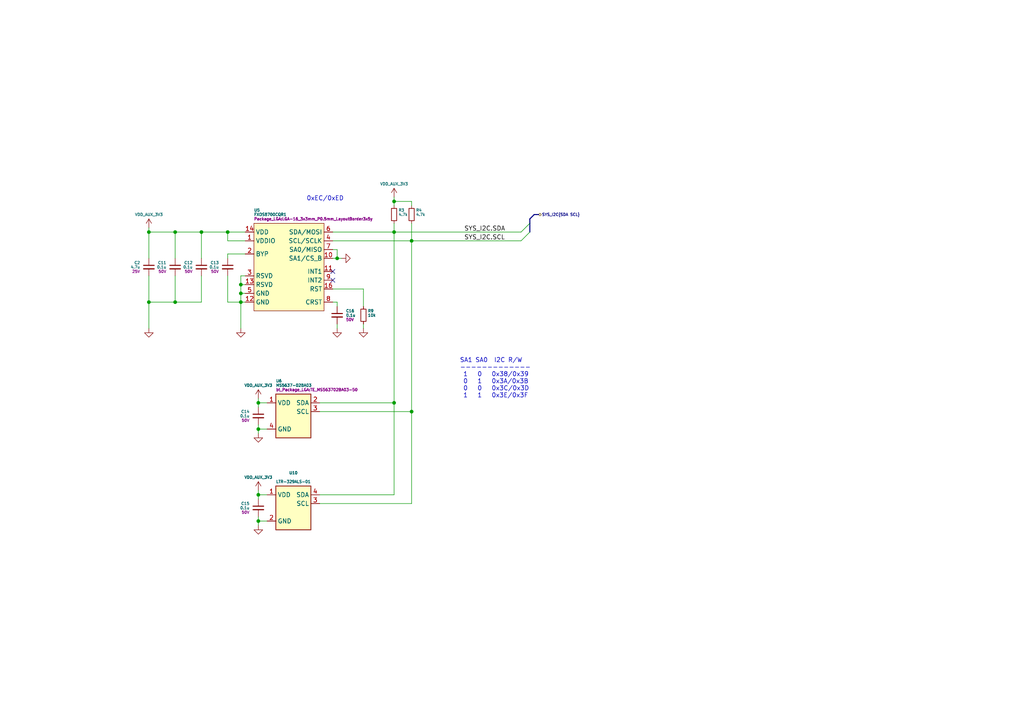
<source format=kicad_sch>
(kicad_sch (version 20211123) (generator eeschema)
  (paper "A4")
  (title_block (rev "A") (company "Frisius"))
  (lib_symbols
    (symbol "Device:C_Small" (pin_numbers hide) (pin_names (offset 0.254) hide)
      (property "Reference" "C" (at 0.254 1.778 0))
      (property "Value" "C_Small" (at 0.254 -2.032 0))
      (symbol "C_Small_0_1"
        (polyline (pts (xy -1.524 -0.508) (xy 1.524 -0.508)) (stroke (width 0.3302)))
        (polyline (pts (xy -1.524 0.508) (xy 1.524 0.508)) (stroke (width 0.3048)))
      )
      (symbol "C_Small_1_1"
        (pin passive line (at 0 2.54 270) (length 2.032) (name "~") (number "1"))
        (pin passive line (at 0 -2.54 90) (length 2.032) (name "~") (number "2"))
      )
    )
    (symbol "Device:R_Small" (pin_numbers hide) (pin_names (offset 0.254) hide)
      (property "Reference" "R" (at 0.762 0.508 0))
      (property "Value" "R_Small" (at 0.762 -1.016 0))
      (symbol "R_Small_0_1"
        (rectangle (start -0.762 1.778) (end 0.762 -1.778) (stroke (width 0.2032)))
      )
      (symbol "R_Small_1_1"
        (pin passive line (at 0 2.54 270) (length 0.762) (name "~") (number "1"))
        (pin passive line (at 0 -2.54 90) (length 0.762) (name "~") (number "2"))
      )
    )
    (symbol "bt_Sensor_Environmental:LTR-329ALS-01"
      (property "Reference" "U3" (at -5.08 8.89 0))
      (property "Value" "LTR-329ALS-01" (at -5.08 7.62 0))
      (symbol "LTR-329ALS-01_0_1"
        (rectangle (start -5.08 5.08) (end 5.08 -7.62) (stroke (width 0.254)) (fill (type background)))
      )
      (symbol "LTR-329ALS-01_1_1"
        (pin power_in line (at -7.62 2.54 0) (length 2.54) (name "VDD") (number "1"))
        (pin power_in line (at -7.62 -5.08 0) (length 2.54) (name "GND") (number "2"))
        (pin input line (at 7.62 0 180) (length 2.54) (name "SCL") (number "3"))
        (pin bidirectional line (at 7.62 2.54 180) (length 2.54) (name "SDA") (number "4"))
      )
    )
    (symbol "bt_Sensor_Environmental:MS5637-02BA03"
      (property "Reference" "U" (at 0 8.89 0))
      (property "Value" "MS5637-02BA03" (at 0 6.35 0))
      (symbol "MS5637-02BA03_0_1"
        (rectangle (start -5.08 5.08) (end 5.08 -7.62) (stroke (width 0.254)) (fill (type background)))
      )
      (symbol "MS5637-02BA03_1_1"
        (pin power_in line (at -7.62 2.54 0) (length 2.54) (name "VDD") (number "1"))
        (pin bidirectional line (at 7.62 2.54 180) (length 2.54) (name "SDA") (number "2"))
        (pin input line (at 7.62 0 180) (length 2.54) (name "SCL") (number "3"))
        (pin power_in line (at -7.62 -5.08 0) (length 2.54) (name "GND") (number "4"))
      )
    )
    (symbol "bt_Sensor_Motion:FXOS8700CQR1"
      (property "Reference" "U" (at 0 19.05 0))
      (property "Value" "FXOS8700CQR1" (at 0 16.51 0))
      (symbol "FXOS8700CQR1_0_1"
        (rectangle (start -10.16 12.7) (end 10.16 -12.7) (fill (type background)))
      )
      (symbol "FXOS8700CQR1_1_1"
        (pin power_in line (at -12.7 7.62 0) (length 2.54) (name "VDDIO") (number "1"))
        (pin input line (at 12.7 2.54 180) (length 2.54) (name "SA1/CS_B") (number "10"))
        (pin open_collector line (at 12.7 -1.27 180) (length 2.54) (name "INT1") (number "11"))
        (pin power_in line (at -12.7 -10.16 0) (length 2.54) (name "GND") (number "12"))
        (pin passive line (at -12.7 -5.08 0) (length 2.54) (name "RSVD") (number "13"))
        (pin power_in line (at -12.7 10.16 0) (length 2.54) (name "VDD") (number "14"))
        (pin no_connect line (at -10.16 0 0) (length 2.54) hide (name "N/C") (number "15"))
        (pin input line (at 12.7 -6.35 180) (length 2.54) (name "RST") (number "16"))
        (pin power_out line (at -12.7 3.81 0) (length 2.54) (name "BYP") (number "2"))
        (pin passive line (at -12.7 -2.54 0) (length 2.54) (name "RSVD") (number "3"))
        (pin input line (at 12.7 7.62 180) (length 2.54) (name "SCL/SCLK") (number "4"))
        (pin power_in line (at -12.7 -7.62 0) (length 2.54) (name "GND") (number "5"))
        (pin bidirectional line (at 12.7 10.16 180) (length 2.54) (name "SDA/MOSI") (number "6"))
        (pin bidirectional line (at 12.7 5.08 180) (length 2.54) (name "SA0/MISO") (number "7"))
        (pin passive line (at 12.7 -10.16 180) (length 2.54) (name "CRST") (number "8"))
        (pin open_collector line (at 12.7 -3.81 180) (length 2.54) (name "INT2") (number "9"))
      )
    )
    (symbol "bt_power:VDD_AUX_3V3" (power) (in_bom no) (on_board no)
      (property "Value" "VDD_AUX_3V3" (at 0.2286 3.5814 0))
      (symbol "VDD_AUX_3V3_0_1"
        (polyline (pts (xy -0.762 1.27) (xy 0 2.54)))
        (polyline (pts (xy 0 0) (xy 0 2.54)))
        (polyline (pts (xy 0 2.54) (xy 0.762 1.27)))
      )
      (symbol "VDD_AUX_3V3_1_1"
        (pin power_in line (at 0 0 90) (length 0) hide (name "VDD_AUX_3V3") (number "1"))
      )
    )
    (symbol "power:GND" (power) (pin_names (offset 0))
      (property "Value" "GND" (at 0 -3.81 0))
      (symbol "GND_0_1"
        (polyline (pts (xy 0 0) (xy 0 -1.27) (xy 1.27 -1.27) (xy 0 -2.54) (xy -1.27 -1.27) (xy 0 -1.27)))
      )
      (symbol "GND_1_1"
        (pin power_in line (at 0 0 270) (length 0) hide (name "GND") (number "1"))
      )
    )
  )
  (junction (at 69.85 87.63))
  (junction (at 114.3 58.42))
  (junction (at 74.93 116.84))
  (junction (at 66.04 67.31))
  (junction (at 43.18 67.31))
  (junction (at 119.38 119.38))
  (junction (at 50.8 87.63))
  (junction (at 114.3 116.84))
  (junction (at 114.3 67.31))
  (junction (at 119.38 69.85))
  (junction (at 69.85 85.09))
  (junction (at 97.79 74.93))
  (junction (at 50.8 67.31))
  (junction (at 74.93 143.51))
  (junction (at 58.42 67.31))
  (junction (at 74.93 124.46))
  (junction (at 43.18 87.63))
  (junction (at 74.93 151.13))
  (junction (at 69.85 82.55))
  (no_connect (at 96.52 81.28))
  (no_connect (at 96.52 78.74))
  (bus_entry (at 153.67 67.31) (size -2.54 2.54))
  (bus_entry (at 153.67 64.77) (size -2.54 2.54))
  (wire (pts (xy 50.8 80.01) (xy 50.8 87.63)))
  (wire (pts (xy 97.79 74.93) (xy 99.06 74.93)))
  (wire (pts (xy 74.93 115.57) (xy 74.93 116.84)))
  (wire (pts (xy 92.71 116.84) (xy 114.3 116.84)))
  (wire (pts (xy 71.12 82.55) (xy 69.85 82.55)))
  (wire (pts (xy 114.3 58.42) (xy 114.3 59.69)))
  (wire (pts (xy 114.3 57.15) (xy 114.3 58.42)))
  (wire (pts (xy 96.52 74.93) (xy 97.79 74.93)))
  (wire (pts (xy 71.12 85.09) (xy 69.85 85.09)))
  (bus (pts (xy 153.67 64.77) (xy 153.67 67.31)))
  (wire (pts (xy 66.04 80.01) (xy 66.04 87.63)))
  (wire (pts (xy 58.42 67.31) (xy 66.04 67.31)))
  (wire (pts (xy 43.18 67.31) (xy 43.18 74.93)))
  (wire (pts (xy 66.04 69.85) (xy 66.04 67.31)))
  (wire (pts (xy 114.3 67.31) (xy 96.52 67.31)))
  (wire (pts (xy 119.38 69.85) (xy 119.38 119.38)))
  (wire (pts (xy 74.93 142.24) (xy 74.93 143.51)))
  (wire (pts (xy 97.79 87.63) (xy 97.79 88.9)))
  (wire (pts (xy 96.52 69.85) (xy 119.38 69.85)))
  (wire (pts (xy 50.8 87.63) (xy 58.42 87.63)))
  (wire (pts (xy 69.85 82.55) (xy 69.85 85.09)))
  (wire (pts (xy 105.41 95.25) (xy 105.41 93.98)))
  (bus (pts (xy 154.94 62.23) (xy 153.67 63.5)))
  (wire (pts (xy 74.93 149.86) (xy 74.93 151.13)))
  (wire (pts (xy 119.38 119.38) (xy 119.38 146.05)))
  (wire (pts (xy 92.71 146.05) (xy 119.38 146.05)))
  (wire (pts (xy 43.18 87.63) (xy 43.18 95.25)))
  (wire (pts (xy 97.79 95.25) (xy 97.79 93.98)))
  (wire (pts (xy 50.8 67.31) (xy 50.8 74.93)))
  (wire (pts (xy 97.79 74.93) (xy 97.79 72.39)))
  (wire (pts (xy 97.79 72.39) (xy 96.52 72.39)))
  (bus (pts (xy 153.67 63.5) (xy 153.67 64.77)))
  (wire (pts (xy 43.18 80.01) (xy 43.18 87.63)))
  (wire (pts (xy 50.8 67.31) (xy 58.42 67.31)))
  (wire (pts (xy 119.38 64.77) (xy 119.38 69.85)))
  (wire (pts (xy 43.18 87.63) (xy 50.8 87.63)))
  (wire (pts (xy 74.93 143.51) (xy 74.93 144.78)))
  (wire (pts (xy 58.42 67.31) (xy 58.42 74.93)))
  (wire (pts (xy 69.85 87.63) (xy 69.85 85.09)))
  (wire (pts (xy 66.04 74.93) (xy 66.04 73.66)))
  (wire (pts (xy 77.47 143.51) (xy 74.93 143.51)))
  (wire (pts (xy 66.04 87.63) (xy 69.85 87.63)))
  (wire (pts (xy 114.3 58.42) (xy 119.38 58.42)))
  (wire (pts (xy 114.3 67.31) (xy 114.3 116.84)))
  (bus (pts (xy 154.94 62.23) (xy 156.21 62.23)))
  (wire (pts (xy 119.38 59.69) (xy 119.38 58.42)))
  (wire (pts (xy 96.52 87.63) (xy 97.79 87.63)))
  (wire (pts (xy 69.85 87.63) (xy 69.85 95.25)))
  (wire (pts (xy 58.42 80.01) (xy 58.42 87.63)))
  (wire (pts (xy 71.12 87.63) (xy 69.85 87.63)))
  (wire (pts (xy 74.93 116.84) (xy 74.93 118.11)))
  (wire (pts (xy 74.93 125.73) (xy 74.93 124.46)))
  (wire (pts (xy 119.38 69.85) (xy 151.13 69.85)))
  (wire (pts (xy 77.47 116.84) (xy 74.93 116.84)))
  (wire (pts (xy 119.38 119.38) (xy 92.71 119.38)))
  (wire (pts (xy 43.18 67.31) (xy 50.8 67.31)))
  (wire (pts (xy 71.12 80.01) (xy 69.85 80.01)))
  (wire (pts (xy 105.41 88.9) (xy 105.41 83.82)))
  (wire (pts (xy 114.3 67.31) (xy 151.13 67.31)))
  (wire (pts (xy 69.85 80.01) (xy 69.85 82.55)))
  (wire (pts (xy 66.04 67.31) (xy 71.12 67.31)))
  (wire (pts (xy 74.93 152.4) (xy 74.93 151.13)))
  (wire (pts (xy 74.93 124.46) (xy 77.47 124.46)))
  (wire (pts (xy 105.41 83.82) (xy 96.52 83.82)))
  (wire (pts (xy 74.93 151.13) (xy 77.47 151.13)))
  (wire (pts (xy 43.18 66.04) (xy 43.18 67.31)))
  (wire (pts (xy 66.04 73.66) (xy 71.12 73.66)))
  (wire (pts (xy 74.93 123.19) (xy 74.93 124.46)))
  (wire (pts (xy 92.71 143.51) (xy 114.3 143.51)))
  (wire (pts (xy 114.3 64.77) (xy 114.3 67.31)))
  (wire (pts (xy 114.3 143.51) (xy 114.3 116.84)))
  (wire (pts (xy 71.12 69.85) (xy 66.04 69.85)))
  (text "0xEC/0xED" (at 88.9 58.42 0) (effects (font (size 1.27 1.27)) (justify left bottom)))
  (text "SA1 SA0  I2C R/W\n-------------\n 1   0   0x38/0x39\n 0   1   0x3A/0x3B   \n 0   0   0x3C/0x3D\n 1   1   0x3E/0x3F" (at 133.35 115.57 0) (effects (font (size 1.27 1.27)) (justify left bottom)))
  (label "SYS_I2C.SDA" (at 134.62 67.31 0))
  (label "SYS_I2C.SCL" (at 134.62 69.85 0))
  (hierarchical_label "SYS_I2C{SDA SCL}" (shape bidirectional) (at 156.21 62.23 0) (effects (font (size 0.8 0.8))))
  (symbol (lib_id "Device:R_Small") (at 119.38 62.23 0) (unit 1)
    (property "Reference" "R4" (at 120.65 60.96 0) (effects (font (size 0.8 0.8)) (justify left)))
    (property "Value" "4.7k" (at 120.65 62.23 0) (effects (font (size 0.8 0.8)) (justify left)))
    (property "Footprint" "Resistor_SMD:R_0402_1005Metric" (effects hide))
  )
  (symbol (lib_id "Device:C_Small") (at 74.93 120.65 0) (mirror y) (unit 1)
    (property "Reference" "C14" (at 72.39 119.38 0) (effects (font (size 0.8 0.8)) (justify left)))
    (property "Value" "0.1u" (at 72.39 120.65 0) (effects (font (size 0.8 0.8)) (justify left)))
    (property "Footprint" "Capacitor_SMD:C_0402_1005Metric" (effects hide))
    (property "Voltage" "50V" (at 72.39 121.92 0) (effects (font (size 0.8 0.8)) (justify left)))
  )
  (symbol (lib_id "bt_Sensor_Motion:FXOS8700CQR1") (at 83.82 77.47 0) (unit 1)
    (property "Reference" "U5" (at 73.66 60.96 0) (effects (font (size 0.8 0.8)) (justify left)))
    (property "Value" "FXOS8700CQR1" (at 73.66 62.23 0) (effects (font (size 0.8 0.8)) (justify left)))
    (property "Footprint" "Package_LGA:LGA-16_3x3mm_P0.5mm_LayoutBorder3x5y" (at 73.66 63.5 0) (effects (font (size 0.8 0.8)) (justify left)))
  )
  (symbol (lib_id "Device:R_Small") (at 114.3 62.23 0) (unit 1)
    (property "Reference" "R3" (at 115.57 60.96 0) (effects (font (size 0.8 0.8)) (justify left)))
    (property "Value" "4.7k" (at 115.57 62.23 0) (effects (font (size 0.8 0.8)) (justify left)))
    (property "Footprint" "Resistor_SMD:R_0402_1005Metric" (effects hide))
  )
  (symbol (lib_id "bt_power:VDD_AUX_3V3") (at 74.93 142.24 0) (unit 1) (in_bom no) (on_board no)
    (property "Reference" "#PWR0192" (effects hide))
    (property "Value" "VDD_AUX_3V3" (at 74.93 138.43 0) (effects (font (size 0.8 0.8))))
  )
  (symbol (lib_id "power:GND") (at 69.85 95.25 0) (unit 1)
    (property "Reference" "#PWR0156" (effects hide))
    (property "Value" "GND" (effects hide))
  )
  (symbol (lib_id "bt_Sensor_Environmental:MS5637-02BA03") (at 85.09 119.38 0) (unit 1)
    (property "Reference" "U6" (at 80.01 110.49 0) (effects (font (size 0.8 0.8)) (justify left)))
    (property "Value" "MS5637-02BA03" (at 80.01 111.76 0) (effects (font (size 0.8 0.8)) (justify left)))
    (property "Footprint" "bt_Package_LGA:TE_MS563702BA03-50" (at 80.01 113.03 0) (effects (font (size 0.8 0.8)) (justify left)))
  )
  (symbol (lib_id "Device:C_Small") (at 74.93 147.32 0) (mirror y) (unit 1)
    (property "Reference" "C15" (at 72.39 146.05 0) (effects (font (size 0.8 0.8)) (justify left)))
    (property "Value" "0.1u" (at 72.39 147.32 0) (effects (font (size 0.8 0.8)) (justify left)))
    (property "Footprint" "Capacitor_SMD:C_0402_1005Metric" (effects hide))
    (property "Voltage" "50V" (at 72.39 148.59 0) (effects (font (size 0.8 0.8)) (justify left)))
  )
  (symbol (lib_id "Device:C_Small") (at 50.8 77.47 0) (mirror y) (unit 1)
    (property "Reference" "C11" (at 48.26 76.2 0) (effects (font (size 0.8 0.8)) (justify left)))
    (property "Value" "0.1u" (at 48.26 77.47 0) (effects (font (size 0.8 0.8)) (justify left)))
    (property "Footprint" "Capacitor_SMD:C_0402_1005Metric" (effects hide))
    (property "Voltage" "50V" (at 48.26 78.74 0) (effects (font (size 0.8 0.8)) (justify left)))
  )
  (symbol (lib_id "Device:C_Small") (at 58.42 77.47 0) (mirror y) (unit 1)
    (property "Reference" "C12" (at 55.88 76.2 0) (effects (font (size 0.8 0.8)) (justify left)))
    (property "Value" "0.1u" (at 55.88 77.47 0) (effects (font (size 0.8 0.8)) (justify left)))
    (property "Footprint" "Capacitor_SMD:C_0402_1005Metric" (effects hide))
    (property "Voltage" "50V" (at 55.88 78.74 0) (effects (font (size 0.8 0.8)) (justify left)))
  )
  (symbol (lib_id "bt_power:VDD_AUX_3V3") (at 114.3 57.15 0) (unit 1) (in_bom no) (on_board no)
    (property "Reference" "#PWR0190" (effects hide))
    (property "Value" "VDD_AUX_3V3" (at 114.3 53.34 0) (effects (font (size 0.8 0.8))))
  )
  (symbol (lib_id "bt_Sensor_Environmental:LTR-329ALS-01") (at 85.09 146.05 0) (unit 1)
    (property "Reference" "U10" (at 85.09 137.16 0) (effects (font (size 0.8 0.8))))
    (property "Value" "LTR-329ALS-01" (at 85.09 139.7 0) (effects (font (size 0.8 0.8))))
    (property "Footprint" "Package_LGA:VLGA-4_2x2.5mm_P1.65mm" (effects hide))
  )
  (symbol (lib_id "power:GND") (at 99.06 74.93 90) (unit 1)
    (property "Reference" "#PWR0157" (effects hide))
    (property "Value" "GND" (effects hide))
  )
  (symbol (lib_id "bt_power:VDD_AUX_3V3") (at 43.18 66.04 0) (unit 1) (in_bom no) (on_board no)
    (property "Reference" "#PWR0189" (effects hide))
    (property "Value" "VDD_AUX_3V3" (at 43.18 62.23 0) (effects (font (size 0.8 0.8))))
  )
  (symbol (lib_id "Device:C_Small") (at 97.79 91.44 0) (unit 1)
    (property "Reference" "C16" (at 100.33 90.17 0) (effects (font (size 0.8 0.8)) (justify left)))
    (property "Value" "0.1u" (at 100.33 91.44 0) (effects (font (size 0.8 0.8)) (justify left)))
    (property "Footprint" "Capacitor_SMD:C_0402_1005Metric" (effects hide))
    (property "Voltage" "50V" (at 100.33 92.71 0) (effects (font (size 0.8 0.8)) (justify left)))
  )
  (symbol (lib_id "power:GND") (at 105.41 95.25 0) (unit 1)
    (property "Reference" "#PWR0159" (effects hide))
    (property "Value" "GND" (effects hide))
  )
  (symbol (lib_id "power:GND") (at 97.79 95.25 0) (unit 1)
    (property "Reference" "#PWR0158" (effects hide))
    (property "Value" "GND" (effects hide))
  )
  (symbol (lib_id "Device:C_Small") (at 66.04 77.47 0) (mirror y) (unit 1)
    (property "Reference" "C13" (at 63.5 76.2 0) (effects (font (size 0.8 0.8)) (justify left)))
    (property "Value" "0.1u" (at 63.5 77.47 0) (effects (font (size 0.8 0.8)) (justify left)))
    (property "Footprint" "Capacitor_SMD:C_0402_1005Metric" (effects hide))
    (property "Voltage" "50V" (at 63.5 78.74 0) (effects (font (size 0.8 0.8)) (justify left)))
  )
  (symbol (lib_id "Device:C_Small") (at 43.18 77.47 0) (mirror y) (unit 1)
    (property "Reference" "C2" (at 40.64 76.2 0) (effects (font (size 0.8 0.8)) (justify left)))
    (property "Value" "4.7u" (at 40.64 77.47 0) (effects (font (size 0.8 0.8)) (justify left)))
    (property "Footprint" "Capacitor_SMD:C_0603_1608Metric" (effects hide))
    (property "Voltage" "25V" (at 40.64 78.74 0) (effects (font (size 0.8 0.8)) (justify left)))
  )
  (symbol (lib_id "Device:R_Small") (at 105.41 91.44 0) (unit 1)
    (property "Reference" "R9" (at 106.68 90.17 0) (effects (font (size 0.8 0.8)) (justify left)))
    (property "Value" "10k" (at 106.68 91.44 0) (effects (font (size 0.8 0.8)) (justify left)))
    (property "Footprint" "Resistor_SMD:R_0402_1005Metric" (effects hide))
  )
  (symbol (lib_id "power:GND") (at 43.18 95.25 0) (unit 1)
    (property "Reference" "#PWR0143" (effects hide))
    (property "Value" "GND" (effects hide))
  )
  (symbol (lib_id "power:GND") (at 74.93 125.73 0) (unit 1)
    (property "Reference" "#PWR0148" (effects hide))
    (property "Value" "GND" (effects hide))
  )
  (symbol (lib_id "power:GND") (at 74.93 152.4 0) (unit 1)
    (property "Reference" "#PWR0154" (effects hide))
    (property "Value" "GND" (effects hide))
  )
  (symbol (lib_id "bt_power:VDD_AUX_3V3") (at 74.93 115.57 0) (unit 1) (in_bom no) (on_board no)
    (property "Reference" "#PWR0191" (effects hide))
    (property "Value" "VDD_AUX_3V3" (at 74.93 111.76 0) (effects (font (size 0.8 0.8))))
  )
)
</source>
